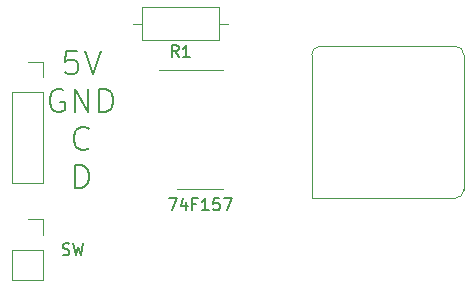
<source format=gbr>
%TF.GenerationSoftware,KiCad,Pcbnew,8.0.3*%
%TF.CreationDate,2024-12-07T17:37:54-06:00*%
%TF.ProjectId,XVI Overclock,58564920-4f76-4657-9263-6c6f636b2e6b,rev?*%
%TF.SameCoordinates,Original*%
%TF.FileFunction,Legend,Top*%
%TF.FilePolarity,Positive*%
%FSLAX46Y46*%
G04 Gerber Fmt 4.6, Leading zero omitted, Abs format (unit mm)*
G04 Created by KiCad (PCBNEW 8.0.3) date 2024-12-07 17:37:54*
%MOMM*%
%LPD*%
G01*
G04 APERTURE LIST*
%ADD10C,0.150000*%
%ADD11C,0.120000*%
G04 APERTURE END LIST*
D10*
X145923333Y-109309819D02*
X146589999Y-109309819D01*
X146589999Y-109309819D02*
X146161428Y-110309819D01*
X147399523Y-109643152D02*
X147399523Y-110309819D01*
X147161428Y-109262200D02*
X146923333Y-109976485D01*
X146923333Y-109976485D02*
X147542380Y-109976485D01*
X148256666Y-109786009D02*
X147923333Y-109786009D01*
X147923333Y-110309819D02*
X147923333Y-109309819D01*
X147923333Y-109309819D02*
X148399523Y-109309819D01*
X149304285Y-110309819D02*
X148732857Y-110309819D01*
X149018571Y-110309819D02*
X149018571Y-109309819D01*
X149018571Y-109309819D02*
X148923333Y-109452676D01*
X148923333Y-109452676D02*
X148828095Y-109547914D01*
X148828095Y-109547914D02*
X148732857Y-109595533D01*
X150209047Y-109309819D02*
X149732857Y-109309819D01*
X149732857Y-109309819D02*
X149685238Y-109786009D01*
X149685238Y-109786009D02*
X149732857Y-109738390D01*
X149732857Y-109738390D02*
X149828095Y-109690771D01*
X149828095Y-109690771D02*
X150066190Y-109690771D01*
X150066190Y-109690771D02*
X150161428Y-109738390D01*
X150161428Y-109738390D02*
X150209047Y-109786009D01*
X150209047Y-109786009D02*
X150256666Y-109881247D01*
X150256666Y-109881247D02*
X150256666Y-110119342D01*
X150256666Y-110119342D02*
X150209047Y-110214580D01*
X150209047Y-110214580D02*
X150161428Y-110262200D01*
X150161428Y-110262200D02*
X150066190Y-110309819D01*
X150066190Y-110309819D02*
X149828095Y-110309819D01*
X149828095Y-110309819D02*
X149732857Y-110262200D01*
X149732857Y-110262200D02*
X149685238Y-110214580D01*
X150590000Y-109309819D02*
X151256666Y-109309819D01*
X151256666Y-109309819D02*
X150828095Y-110309819D01*
X136937857Y-114072200D02*
X137080714Y-114119819D01*
X137080714Y-114119819D02*
X137318809Y-114119819D01*
X137318809Y-114119819D02*
X137414047Y-114072200D01*
X137414047Y-114072200D02*
X137461666Y-114024580D01*
X137461666Y-114024580D02*
X137509285Y-113929342D01*
X137509285Y-113929342D02*
X137509285Y-113834104D01*
X137509285Y-113834104D02*
X137461666Y-113738866D01*
X137461666Y-113738866D02*
X137414047Y-113691247D01*
X137414047Y-113691247D02*
X137318809Y-113643628D01*
X137318809Y-113643628D02*
X137128333Y-113596009D01*
X137128333Y-113596009D02*
X137033095Y-113548390D01*
X137033095Y-113548390D02*
X136985476Y-113500771D01*
X136985476Y-113500771D02*
X136937857Y-113405533D01*
X136937857Y-113405533D02*
X136937857Y-113310295D01*
X136937857Y-113310295D02*
X136985476Y-113215057D01*
X136985476Y-113215057D02*
X137033095Y-113167438D01*
X137033095Y-113167438D02*
X137128333Y-113119819D01*
X137128333Y-113119819D02*
X137366428Y-113119819D01*
X137366428Y-113119819D02*
X137509285Y-113167438D01*
X137842619Y-113119819D02*
X138080714Y-114119819D01*
X138080714Y-114119819D02*
X138271190Y-113405533D01*
X138271190Y-113405533D02*
X138461666Y-114119819D01*
X138461666Y-114119819D02*
X138699762Y-113119819D01*
X138144047Y-96812606D02*
X137191666Y-96812606D01*
X137191666Y-96812606D02*
X137096428Y-97764987D01*
X137096428Y-97764987D02*
X137191666Y-97669748D01*
X137191666Y-97669748D02*
X137382142Y-97574510D01*
X137382142Y-97574510D02*
X137858333Y-97574510D01*
X137858333Y-97574510D02*
X138048809Y-97669748D01*
X138048809Y-97669748D02*
X138144047Y-97764987D01*
X138144047Y-97764987D02*
X138239285Y-97955463D01*
X138239285Y-97955463D02*
X138239285Y-98431653D01*
X138239285Y-98431653D02*
X138144047Y-98622129D01*
X138144047Y-98622129D02*
X138048809Y-98717368D01*
X138048809Y-98717368D02*
X137858333Y-98812606D01*
X137858333Y-98812606D02*
X137382142Y-98812606D01*
X137382142Y-98812606D02*
X137191666Y-98717368D01*
X137191666Y-98717368D02*
X137096428Y-98622129D01*
X138810714Y-96812606D02*
X139477380Y-98812606D01*
X139477380Y-98812606D02*
X140144047Y-96812606D01*
X137001190Y-100127732D02*
X136810714Y-100032494D01*
X136810714Y-100032494D02*
X136525000Y-100032494D01*
X136525000Y-100032494D02*
X136239285Y-100127732D01*
X136239285Y-100127732D02*
X136048809Y-100318208D01*
X136048809Y-100318208D02*
X135953571Y-100508684D01*
X135953571Y-100508684D02*
X135858333Y-100889636D01*
X135858333Y-100889636D02*
X135858333Y-101175351D01*
X135858333Y-101175351D02*
X135953571Y-101556303D01*
X135953571Y-101556303D02*
X136048809Y-101746779D01*
X136048809Y-101746779D02*
X136239285Y-101937256D01*
X136239285Y-101937256D02*
X136525000Y-102032494D01*
X136525000Y-102032494D02*
X136715476Y-102032494D01*
X136715476Y-102032494D02*
X137001190Y-101937256D01*
X137001190Y-101937256D02*
X137096428Y-101842017D01*
X137096428Y-101842017D02*
X137096428Y-101175351D01*
X137096428Y-101175351D02*
X136715476Y-101175351D01*
X137953571Y-102032494D02*
X137953571Y-100032494D01*
X137953571Y-100032494D02*
X139096428Y-102032494D01*
X139096428Y-102032494D02*
X139096428Y-100032494D01*
X140048809Y-102032494D02*
X140048809Y-100032494D01*
X140048809Y-100032494D02*
X140524999Y-100032494D01*
X140524999Y-100032494D02*
X140810714Y-100127732D01*
X140810714Y-100127732D02*
X141001190Y-100318208D01*
X141001190Y-100318208D02*
X141096428Y-100508684D01*
X141096428Y-100508684D02*
X141191666Y-100889636D01*
X141191666Y-100889636D02*
X141191666Y-101175351D01*
X141191666Y-101175351D02*
X141096428Y-101556303D01*
X141096428Y-101556303D02*
X141001190Y-101746779D01*
X141001190Y-101746779D02*
X140810714Y-101937256D01*
X140810714Y-101937256D02*
X140524999Y-102032494D01*
X140524999Y-102032494D02*
X140048809Y-102032494D01*
X139144047Y-105061905D02*
X139048809Y-105157144D01*
X139048809Y-105157144D02*
X138763095Y-105252382D01*
X138763095Y-105252382D02*
X138572619Y-105252382D01*
X138572619Y-105252382D02*
X138286904Y-105157144D01*
X138286904Y-105157144D02*
X138096428Y-104966667D01*
X138096428Y-104966667D02*
X138001190Y-104776191D01*
X138001190Y-104776191D02*
X137905952Y-104395239D01*
X137905952Y-104395239D02*
X137905952Y-104109524D01*
X137905952Y-104109524D02*
X138001190Y-103728572D01*
X138001190Y-103728572D02*
X138096428Y-103538096D01*
X138096428Y-103538096D02*
X138286904Y-103347620D01*
X138286904Y-103347620D02*
X138572619Y-103252382D01*
X138572619Y-103252382D02*
X138763095Y-103252382D01*
X138763095Y-103252382D02*
X139048809Y-103347620D01*
X139048809Y-103347620D02*
X139144047Y-103442858D01*
X138001190Y-108472270D02*
X138001190Y-106472270D01*
X138001190Y-106472270D02*
X138477380Y-106472270D01*
X138477380Y-106472270D02*
X138763095Y-106567508D01*
X138763095Y-106567508D02*
X138953571Y-106757984D01*
X138953571Y-106757984D02*
X139048809Y-106948460D01*
X139048809Y-106948460D02*
X139144047Y-107329412D01*
X139144047Y-107329412D02*
X139144047Y-107615127D01*
X139144047Y-107615127D02*
X139048809Y-107996079D01*
X139048809Y-107996079D02*
X138953571Y-108186555D01*
X138953571Y-108186555D02*
X138763095Y-108377032D01*
X138763095Y-108377032D02*
X138477380Y-108472270D01*
X138477380Y-108472270D02*
X138001190Y-108472270D01*
X146758333Y-97349819D02*
X146425000Y-96873628D01*
X146186905Y-97349819D02*
X146186905Y-96349819D01*
X146186905Y-96349819D02*
X146567857Y-96349819D01*
X146567857Y-96349819D02*
X146663095Y-96397438D01*
X146663095Y-96397438D02*
X146710714Y-96445057D01*
X146710714Y-96445057D02*
X146758333Y-96540295D01*
X146758333Y-96540295D02*
X146758333Y-96683152D01*
X146758333Y-96683152D02*
X146710714Y-96778390D01*
X146710714Y-96778390D02*
X146663095Y-96826009D01*
X146663095Y-96826009D02*
X146567857Y-96873628D01*
X146567857Y-96873628D02*
X146186905Y-96873628D01*
X147710714Y-97349819D02*
X147139286Y-97349819D01*
X147425000Y-97349819D02*
X147425000Y-96349819D01*
X147425000Y-96349819D02*
X147329762Y-96492676D01*
X147329762Y-96492676D02*
X147234524Y-96587914D01*
X147234524Y-96587914D02*
X147139286Y-96635533D01*
D11*
%TO.C,IC1*%
X148590000Y-108565000D02*
X150540000Y-108565000D01*
X148590000Y-108565000D02*
X146640000Y-108565000D01*
X148590000Y-98445000D02*
X150540000Y-98445000D01*
X148590000Y-98445000D02*
X145090000Y-98445000D01*
%TO.C,X1*%
X158015000Y-97170000D02*
G75*
G02*
X158765000Y-96420000I750000J0D01*
G01*
X170165000Y-96420000D02*
G75*
G02*
X170915000Y-97170000I0J-750000D01*
G01*
X170915000Y-108570000D02*
G75*
G02*
X170165000Y-109320000I-750000J0D01*
G01*
X158015000Y-97170000D02*
X158015000Y-109320000D01*
X170165000Y-96420000D02*
X158765000Y-96420000D01*
X170915000Y-108570000D02*
X170915000Y-97170000D01*
X158015000Y-109320000D02*
X170165000Y-109320000D01*
%TO.C,SW1*%
X132655000Y-113665000D02*
X135315000Y-113665000D01*
X132655000Y-113665000D02*
X132655000Y-116265000D01*
X132655000Y-116265000D02*
X135315000Y-116265000D01*
X135315000Y-113665000D02*
X135315000Y-116265000D01*
X135315000Y-111065000D02*
X135315000Y-112395000D01*
X133985000Y-111065000D02*
X135315000Y-111065000D01*
%TO.C,R1*%
X150195000Y-95895000D02*
X150195000Y-93155000D01*
X150195000Y-93155000D02*
X143655000Y-93155000D01*
X143655000Y-93155000D02*
X143655000Y-95895000D01*
X143655000Y-95895000D02*
X150195000Y-95895000D01*
X150965000Y-94525000D02*
X150195000Y-94525000D01*
X142885000Y-94525000D02*
X143655000Y-94525000D01*
%TO.C,J1*%
X132655000Y-100330000D02*
X135315000Y-100330000D01*
X132655000Y-100330000D02*
X132655000Y-108010000D01*
X132655000Y-108010000D02*
X135315000Y-108010000D01*
X135315000Y-100330000D02*
X135315000Y-108010000D01*
X135315000Y-97730000D02*
X135315000Y-99060000D01*
X133985000Y-97730000D02*
X135315000Y-97730000D01*
%TD*%
M02*

</source>
